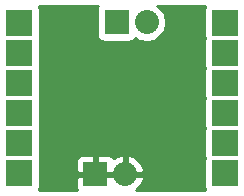
<source format=gbl>
G04 #@! TF.FileFunction,Copper,L2,Bot,Signal*
%FSLAX46Y46*%
G04 Gerber Fmt 4.6, Leading zero omitted, Abs format (unit mm)*
G04 Created by KiCad (PCBNEW 4.0.4+e1-6308~48~ubuntu16.04.1-stable) date Thu Nov  3 23:07:18 2016*
%MOMM*%
%LPD*%
G01*
G04 APERTURE LIST*
%ADD10C,0.100000*%
%ADD11R,2.032000X2.032000*%
%ADD12O,2.032000X2.032000*%
%ADD13R,2.235200X2.235200*%
%ADD14C,0.600000*%
%ADD15C,0.250000*%
%ADD16C,0.254000*%
G04 APERTURE END LIST*
D10*
D11*
X219329000Y-88849200D03*
D12*
X221869000Y-88849200D03*
D11*
X217525600Y-101701600D03*
D12*
X220065600Y-101701600D03*
D13*
X211074000Y-88900000D03*
X228523800Y-88900000D03*
X211074000Y-96520000D03*
X211074000Y-99060000D03*
X228523800Y-101600000D03*
X211074000Y-101600000D03*
X228523800Y-93980000D03*
X228523800Y-91440000D03*
X211074000Y-91440000D03*
X211074000Y-93980000D03*
X228523800Y-99060000D03*
X228523800Y-96520000D03*
D14*
X224717394Y-89922398D03*
X224030492Y-90576328D03*
X215490513Y-102542047D03*
X223875000Y-101750000D03*
X219600000Y-96950000D03*
X216461169Y-90500460D03*
D15*
X216259600Y-101701600D02*
X215490513Y-102470687D01*
X215490513Y-102470687D02*
X215490513Y-102542047D01*
X217525600Y-101701600D02*
X216259600Y-101701600D01*
X220065600Y-101701600D02*
X220065600Y-97415600D01*
X220065600Y-97415600D02*
X219600000Y-96950000D01*
X216761168Y-90800459D02*
X216461169Y-90500460D01*
X217525600Y-101701600D02*
X217525600Y-91564891D01*
X217525600Y-91564891D02*
X216761168Y-90800459D01*
D16*
G36*
X217716569Y-87581310D02*
X217665560Y-87833200D01*
X217665560Y-89865200D01*
X217709838Y-90100517D01*
X217848910Y-90316641D01*
X218061110Y-90461631D01*
X218313000Y-90512640D01*
X220345000Y-90512640D01*
X220580317Y-90468362D01*
X220796441Y-90329290D01*
X220898198Y-90180363D01*
X221237190Y-90406870D01*
X221869000Y-90532545D01*
X222500810Y-90406870D01*
X223036433Y-90048978D01*
X223394325Y-89513355D01*
X223520000Y-88881545D01*
X223520000Y-88816855D01*
X223394325Y-88185045D01*
X223036433Y-87649422D01*
X222752943Y-87460000D01*
X226857946Y-87460000D01*
X226809769Y-87530510D01*
X226758760Y-87782400D01*
X226758760Y-90017600D01*
X226788489Y-90175595D01*
X226758760Y-90322400D01*
X226758760Y-92557600D01*
X226788489Y-92715595D01*
X226758760Y-92862400D01*
X226758760Y-95097600D01*
X226788489Y-95255595D01*
X226758760Y-95402400D01*
X226758760Y-97637600D01*
X226788489Y-97795595D01*
X226758760Y-97942400D01*
X226758760Y-100177600D01*
X226788489Y-100335595D01*
X226758760Y-100482400D01*
X226758760Y-102717600D01*
X226803038Y-102952917D01*
X226859074Y-103040000D01*
X221003737Y-103040000D01*
X221402788Y-102669979D01*
X221671583Y-102084546D01*
X221552967Y-101828600D01*
X220192600Y-101828600D01*
X220192600Y-101848600D01*
X219938600Y-101848600D01*
X219938600Y-101828600D01*
X217652600Y-101828600D01*
X217652600Y-101848600D01*
X217398600Y-101848600D01*
X217398600Y-101828600D01*
X216033350Y-101828600D01*
X215874600Y-101987350D01*
X215874600Y-102843909D01*
X215955824Y-103040000D01*
X212739854Y-103040000D01*
X212788031Y-102969490D01*
X212839040Y-102717600D01*
X212839040Y-100559291D01*
X215874600Y-100559291D01*
X215874600Y-101415850D01*
X216033350Y-101574600D01*
X217398600Y-101574600D01*
X217398600Y-100209350D01*
X217652600Y-100209350D01*
X217652600Y-101574600D01*
X219938600Y-101574600D01*
X219938600Y-100214764D01*
X220192600Y-100214764D01*
X220192600Y-101574600D01*
X221552967Y-101574600D01*
X221671583Y-101318654D01*
X221402788Y-100733221D01*
X220930418Y-100295215D01*
X220448544Y-100095625D01*
X220192600Y-100214764D01*
X219938600Y-100214764D01*
X219682656Y-100095625D01*
X219200782Y-100295215D01*
X219104280Y-100384696D01*
X219079927Y-100325902D01*
X218901299Y-100147273D01*
X218667910Y-100050600D01*
X217811350Y-100050600D01*
X217652600Y-100209350D01*
X217398600Y-100209350D01*
X217239850Y-100050600D01*
X216383290Y-100050600D01*
X216149901Y-100147273D01*
X215971273Y-100325902D01*
X215874600Y-100559291D01*
X212839040Y-100559291D01*
X212839040Y-100482400D01*
X212809311Y-100324405D01*
X212839040Y-100177600D01*
X212839040Y-97942400D01*
X212809311Y-97784405D01*
X212839040Y-97637600D01*
X212839040Y-95402400D01*
X212809311Y-95244405D01*
X212839040Y-95097600D01*
X212839040Y-92862400D01*
X212809311Y-92704405D01*
X212839040Y-92557600D01*
X212839040Y-90322400D01*
X212809311Y-90164405D01*
X212839040Y-90017600D01*
X212839040Y-87782400D01*
X212794762Y-87547083D01*
X212738726Y-87460000D01*
X217799457Y-87460000D01*
X217716569Y-87581310D01*
X217716569Y-87581310D01*
G37*
X217716569Y-87581310D02*
X217665560Y-87833200D01*
X217665560Y-89865200D01*
X217709838Y-90100517D01*
X217848910Y-90316641D01*
X218061110Y-90461631D01*
X218313000Y-90512640D01*
X220345000Y-90512640D01*
X220580317Y-90468362D01*
X220796441Y-90329290D01*
X220898198Y-90180363D01*
X221237190Y-90406870D01*
X221869000Y-90532545D01*
X222500810Y-90406870D01*
X223036433Y-90048978D01*
X223394325Y-89513355D01*
X223520000Y-88881545D01*
X223520000Y-88816855D01*
X223394325Y-88185045D01*
X223036433Y-87649422D01*
X222752943Y-87460000D01*
X226857946Y-87460000D01*
X226809769Y-87530510D01*
X226758760Y-87782400D01*
X226758760Y-90017600D01*
X226788489Y-90175595D01*
X226758760Y-90322400D01*
X226758760Y-92557600D01*
X226788489Y-92715595D01*
X226758760Y-92862400D01*
X226758760Y-95097600D01*
X226788489Y-95255595D01*
X226758760Y-95402400D01*
X226758760Y-97637600D01*
X226788489Y-97795595D01*
X226758760Y-97942400D01*
X226758760Y-100177600D01*
X226788489Y-100335595D01*
X226758760Y-100482400D01*
X226758760Y-102717600D01*
X226803038Y-102952917D01*
X226859074Y-103040000D01*
X221003737Y-103040000D01*
X221402788Y-102669979D01*
X221671583Y-102084546D01*
X221552967Y-101828600D01*
X220192600Y-101828600D01*
X220192600Y-101848600D01*
X219938600Y-101848600D01*
X219938600Y-101828600D01*
X217652600Y-101828600D01*
X217652600Y-101848600D01*
X217398600Y-101848600D01*
X217398600Y-101828600D01*
X216033350Y-101828600D01*
X215874600Y-101987350D01*
X215874600Y-102843909D01*
X215955824Y-103040000D01*
X212739854Y-103040000D01*
X212788031Y-102969490D01*
X212839040Y-102717600D01*
X212839040Y-100559291D01*
X215874600Y-100559291D01*
X215874600Y-101415850D01*
X216033350Y-101574600D01*
X217398600Y-101574600D01*
X217398600Y-100209350D01*
X217652600Y-100209350D01*
X217652600Y-101574600D01*
X219938600Y-101574600D01*
X219938600Y-100214764D01*
X220192600Y-100214764D01*
X220192600Y-101574600D01*
X221552967Y-101574600D01*
X221671583Y-101318654D01*
X221402788Y-100733221D01*
X220930418Y-100295215D01*
X220448544Y-100095625D01*
X220192600Y-100214764D01*
X219938600Y-100214764D01*
X219682656Y-100095625D01*
X219200782Y-100295215D01*
X219104280Y-100384696D01*
X219079927Y-100325902D01*
X218901299Y-100147273D01*
X218667910Y-100050600D01*
X217811350Y-100050600D01*
X217652600Y-100209350D01*
X217398600Y-100209350D01*
X217239850Y-100050600D01*
X216383290Y-100050600D01*
X216149901Y-100147273D01*
X215971273Y-100325902D01*
X215874600Y-100559291D01*
X212839040Y-100559291D01*
X212839040Y-100482400D01*
X212809311Y-100324405D01*
X212839040Y-100177600D01*
X212839040Y-97942400D01*
X212809311Y-97784405D01*
X212839040Y-97637600D01*
X212839040Y-95402400D01*
X212809311Y-95244405D01*
X212839040Y-95097600D01*
X212839040Y-92862400D01*
X212809311Y-92704405D01*
X212839040Y-92557600D01*
X212839040Y-90322400D01*
X212809311Y-90164405D01*
X212839040Y-90017600D01*
X212839040Y-87782400D01*
X212794762Y-87547083D01*
X212738726Y-87460000D01*
X217799457Y-87460000D01*
X217716569Y-87581310D01*
M02*

</source>
